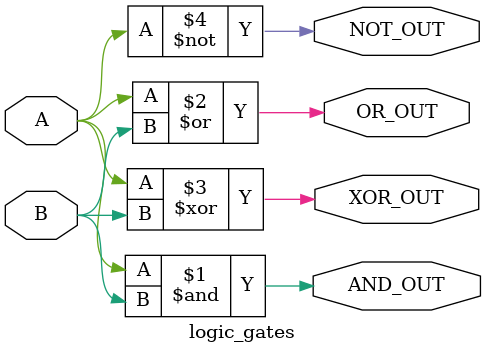
<source format=v>
`timescale 1ns / 1ps

module logic_gates(
    input A,
    input B,
    output AND_OUT,
    output OR_OUT,
    output XOR_OUT,
    output NOT_OUT
);
    assign AND_OUT = A & B;  // AND operation
    assign OR_OUT  = A | B;  // OR operation
    assign XOR_OUT = A ^ B;  // XOR operation
    assign NOT_OUT = ~A;     // NOT operation
endmodule

</source>
